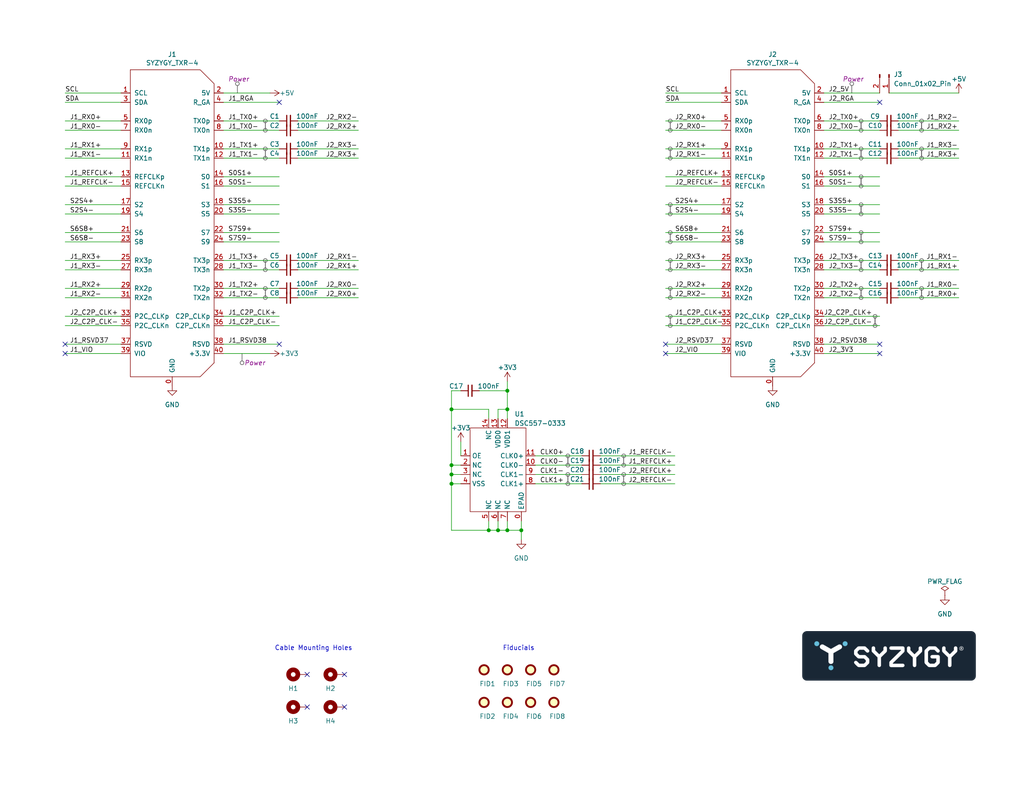
<source format=kicad_sch>
(kicad_sch (version 20230121) (generator eeschema)
  (paper "A")
  (title_block (title "SYZYGY TXR4 Carrier-to-Carrier Adapter") (date "2023-05-03") (rev "A") (company "mxsparks"))
  (lib_symbols
    (symbol "Connector:Conn_01x02_Pin" (pin_names (offset 1.016) hide)
      (property "Reference" "J" (at 0 2.54 0))
      (property "Value" "Conn_01x02_Pin" (at 0 -5.08 0))
      (symbol "Conn_01x02_Pin_1_1"
        (polyline (pts (xy 1.27 -2.54) (xy 0.8636 -2.54)) (stroke (width 0.1524)))
        (polyline (pts (xy 1.27 0) (xy 0.8636 0)) (stroke (width 0.1524)))
        (rectangle (start 0.8636 -2.413) (end 0 -2.667) (stroke (width 0.1524)) (fill (type outline)))
        (rectangle (start 0.8636 0.127) (end 0 -0.127) (stroke (width 0.1524)) (fill (type outline)))
        (pin passive line (at 5.08 0 180) (length 3.81) (name "Pin_1") (number "1"))
        (pin passive line (at 5.08 -2.54 180) (length 3.81) (name "Pin_2") (number "2"))
      )
    )
    (symbol "Device:C_Small" (pin_numbers hide) (pin_names (offset 0.254) hide)
      (property "Reference" "C" (at 0.254 1.778 0))
      (property "Value" "C_Small" (at 0.254 -2.032 0))
      (symbol "C_Small_0_1"
        (polyline (pts (xy -1.524 -0.508) (xy 1.524 -0.508)) (stroke (width 0.3302)))
        (polyline (pts (xy -1.524 0.508) (xy 1.524 0.508)) (stroke (width 0.3048)))
      )
      (symbol "C_Small_1_1"
        (pin passive line (at 0 2.54 270) (length 2.032) (name "~") (number "1"))
        (pin passive line (at 0 -2.54 90) (length 2.032) (name "~") (number "2"))
      )
    )
    (symbol "Mechanical:Fiducial"
      (property "Reference" "FID" (at 0 5.08 0))
      (property "Value" "Fiducial" (at 0 3.175 0))
      (symbol "Fiducial_0_1"
        (circle (center 0 0) (radius 1.27) (stroke (width 0.508)) (fill (type background)))
      )
    )
    (symbol "Mechanical:MountingHole_Pad" (pin_numbers hide) (pin_names (offset 1.016) hide)
      (property "Reference" "H" (at 0 6.35 0))
      (property "Value" "MountingHole_Pad" (at 0 4.445 0))
      (symbol "MountingHole_Pad_0_1"
        (circle (center 0 1.27) (radius 1.27) (stroke (width 1.27)))
      )
      (symbol "MountingHole_Pad_1_1"
        (pin input line (at 0 -2.54 90) (length 2.54) (name "1") (number "1"))
      )
    )
    (symbol "power:+3V3" (power) (pin_names (offset 0))
      (property "Value" "+3V3" (at 0 3.556 0))
      (symbol "+3V3_0_1"
        (polyline (pts (xy -0.762 1.27) (xy 0 2.54)))
        (polyline (pts (xy 0 0) (xy 0 2.54)))
        (polyline (pts (xy 0 2.54) (xy 0.762 1.27)))
      )
      (symbol "+3V3_1_1"
        (pin power_in line (at 0 0 90) (length 0) hide (name "+3V3") (number "1"))
      )
    )
    (symbol "power:+5V" (power) (pin_names (offset 0))
      (property "Value" "+5V" (at 0 3.556 0))
      (symbol "+5V_0_1"
        (polyline (pts (xy -0.762 1.27) (xy 0 2.54)))
        (polyline (pts (xy 0 0) (xy 0 2.54)))
        (polyline (pts (xy 0 2.54) (xy 0.762 1.27)))
      )
      (symbol "+5V_1_1"
        (pin power_in line (at 0 0 90) (length 0) hide (name "+5V") (number "1"))
      )
    )
    (symbol "power:GND" (power) (pin_names (offset 0))
      (property "Value" "GND" (at 0 -3.81 0))
      (symbol "GND_0_1"
        (polyline (pts (xy 0 0) (xy 0 -1.27) (xy 1.27 -1.27) (xy 0 -2.54) (xy -1.27 -1.27) (xy 0 -1.27)))
      )
      (symbol "GND_1_1"
        (pin power_in line (at 0 0 270) (length 0) hide (name "GND") (number "1"))
      )
    )
    (symbol "power:PWR_FLAG" (power) (pin_numbers hide) (pin_names (offset 0) hide)
      (property "Value" "PWR_FLAG" (at 0 3.81 0))
      (symbol "PWR_FLAG_0_0"
        (pin power_out line (at 0 0 90) (length 0) (name "pwr") (number "1"))
      )
      (symbol "PWR_FLAG_0_1"
        (polyline (pts (xy 0 0) (xy 0 1.27) (xy -1.016 1.905) (xy 0 2.54) (xy 1.016 1.905) (xy 0 1.27)))
      )
    )
    (symbol "szg-c2c-txr4:DSC557-03"
      (property "Reference" "U" (at 8.89 -5.08 0))
      (property "Value" "DSC557-0333" (at 8.89 -7.62 0))
      (symbol "DSC557-03_0_1"
        (rectangle (start -7.62 -5.08) (end 7.62 -27.94))
      )
      (symbol "DSC557-03_1_0"
        (pin passive line (at 6.35 -30.48 90) (length 2.54) (name "EPAD") (number "0"))
        (pin input line (at -10.16 -12.7 0) (length 2.54) (name "OE") (number "1"))
        (pin output line (at 10.16 -15.24 180) (length 2.54) (name "CLK0-") (number "10"))
        (pin output line (at 10.16 -12.7 180) (length 2.54) (name "CLK0+") (number "11"))
        (pin power_in line (at 2.54 -2.54 270) (length 2.54) (name "VDD1") (number "12"))
        (pin power_in line (at 0 -2.54 270) (length 2.54) (name "VDD0") (number "13"))
        (pin passive line (at -2.54 -2.54 270) (length 2.54) (name "NC") (number "14"))
        (pin passive line (at -10.16 -15.24 0) (length 2.54) (name "NC") (number "2"))
        (pin passive line (at -10.16 -17.78 0) (length 2.54) (name "NC") (number "3"))
        (pin power_in line (at -10.16 -20.32 0) (length 2.54) (name "VSS") (number "4"))
        (pin passive line (at -2.54 -30.48 90) (length 2.54) (name "NC") (number "5"))
        (pin passive line (at 0 -30.48 90) (length 2.54) (name "NC") (number "6"))
        (pin passive line (at 2.54 -30.48 90) (length 2.54) (name "NC") (number "7"))
        (pin output line (at 10.16 -20.32 180) (length 2.54) (name "CLK1+") (number "8"))
        (pin output line (at 10.16 -17.78 180) (length 2.54) (name "CLK1-") (number "9"))
      )
    )
    (symbol "szg-c2c-txr4:SYZYGY_TXR-4" (pin_names (offset 1.016))
      (property "Reference" "J" (at -10.16 45.72 0))
      (property "Value" "SYZYGY_TXR-4" (at -10.16 43.18 0))
      (symbol "SYZYGY_TXR-4_0_1"
        (polyline (pts (xy -11.43 41.91) (xy -11.43 16.51)))
        (polyline (pts (xy 11.43 -38.1) (xy 11.43 -12.7)))
        (polyline (pts (xy -11.43 16.51) (xy -11.43 -41.91) (xy 7.62 -41.91) (xy 11.43 -38.1)))
        (polyline (pts (xy 11.43 -12.7) (xy 11.43 38.1) (xy 7.62 41.91) (xy -11.43 41.91)))
      )
      (symbol "SYZYGY_TXR-4_1_1"
        (pin passive line (at 0 -44.45 90) (length 2.54) (name "GND") (number "0"))
        (pin passive line (at -13.97 35.56 0) (length 2.54) (name "SCL") (number "1"))
        (pin passive line (at 13.97 20.32 180) (length 2.54) (name "TX1p") (number "10"))
        (pin passive line (at -13.97 17.78 0) (length 2.54) (name "RX1n") (number "11"))
        (pin passive line (at 13.97 17.78 180) (length 2.54) (name "TX1n") (number "12"))
        (pin passive line (at -13.97 12.7 0) (length 2.54) (name "REFCLKp") (number "13"))
        (pin passive line (at 13.97 12.7 180) (length 2.54) (name "S0") (number "14"))
        (pin passive line (at -13.97 10.16 0) (length 2.54) (name "REFCLKn") (number "15"))
        (pin passive line (at 13.97 10.16 180) (length 2.54) (name "S1") (number "16"))
        (pin passive line (at -13.97 5.08 0) (length 2.54) (name "S2") (number "17"))
        (pin passive line (at 13.97 5.08 180) (length 2.54) (name "S3") (number "18"))
        (pin passive line (at -13.97 2.54 0) (length 2.54) (name "S4") (number "19"))
        (pin power_out line (at 13.97 35.56 180) (length 2.54) (name "5V") (number "2"))
        (pin passive line (at 13.97 2.54 180) (length 2.54) (name "S5") (number "20"))
        (pin passive line (at -13.97 -2.54 0) (length 2.54) (name "S6") (number "21"))
        (pin passive line (at 13.97 -2.54 180) (length 2.54) (name "S7") (number "22"))
        (pin passive line (at -13.97 -5.08 0) (length 2.54) (name "S8") (number "23"))
        (pin passive line (at 13.97 -5.08 180) (length 2.54) (name "S9") (number "24"))
        (pin passive line (at -13.97 -10.16 0) (length 2.54) (name "RX3p") (number "25"))
        (pin passive line (at 13.97 -10.16 180) (length 2.54) (name "TX3p") (number "26"))
        (pin passive line (at -13.97 -12.7 0) (length 2.54) (name "RX3n") (number "27"))
        (pin passive line (at 13.97 -12.7 180) (length 2.54) (name "TX3n") (number "28"))
        (pin passive line (at -13.97 -17.78 0) (length 2.54) (name "RX2p") (number "29"))
        (pin passive line (at -13.97 33.02 0) (length 2.54) (name "SDA") (number "3"))
        (pin passive line (at 13.97 -17.78 180) (length 2.54) (name "TX2p") (number "30"))
        (pin passive line (at -13.97 -20.32 0) (length 2.54) (name "RX2n") (number "31"))
        (pin passive line (at 13.97 -20.32 180) (length 2.54) (name "TX2n") (number "32"))
        (pin passive line (at -13.97 -25.4 0) (length 2.54) (name "P2C_CLKp") (number "33"))
        (pin passive line (at 13.97 -25.4 180) (length 2.54) (name "C2P_CLKp") (number "34"))
        (pin passive line (at -13.97 -27.94 0) (length 2.54) (name "P2C_CLKn") (number "35"))
        (pin passive line (at 13.97 -27.94 180) (length 2.54) (name "C2P_CLKn") (number "36"))
        (pin passive line (at -13.97 -33.02 0) (length 2.54) (name "RSVD") (number "37"))
        (pin passive line (at 13.97 -33.02 180) (length 2.54) (name "RSVD") (number "38"))
        (pin power_out line (at -13.97 -35.56 0) (length 2.54) (name "VIO") (number "39"))
        (pin passive line (at 13.97 33.02 180) (length 2.54) (name "R_GA") (number "4"))
        (pin power_out line (at 13.97 -35.56 180) (length 2.54) (name "+3.3V") (number "40"))
        (pin passive line (at -13.97 27.94 0) (length 2.54) (name "RX0p") (number "5"))
        (pin passive line (at 13.97 27.94 180) (length 2.54) (name "TX0p") (number "6"))
        (pin passive line (at -13.97 25.4 0) (length 2.54) (name "RX0n") (number "7"))
        (pin passive line (at 13.97 25.4 180) (length 2.54) (name "TX0n") (number "8"))
        (pin passive line (at -13.97 20.32 0) (length 2.54) (name "RX1p") (number "9"))
      )
    )
  )
  (junction (at 123.19 132.08))
  (junction (at 123.19 127))
  (junction (at 138.43 111.76))
  (junction (at 138.43 144.78))
  (junction (at 123.19 129.54))
  (junction (at 135.89 144.78))
  (junction (at 133.35 144.78))
  (junction (at 123.19 111.76))
  (junction (at 142.24 144.78))
  (junction (at 138.43 106.68))
  (no_connect (at 240.03 93.98))
  (no_connect (at 93.98 184.15))
  (no_connect (at 17.78 93.98))
  (no_connect (at 83.82 184.15))
  (no_connect (at 76.2 93.98))
  (no_connect (at 181.61 93.98))
  (no_connect (at 76.2 27.94))
  (no_connect (at 83.82 193.04))
  (no_connect (at 240.03 96.52))
  (no_connect (at 93.98 193.04))
  (no_connect (at 240.03 27.94))
  (no_connect (at 17.78 96.52))
  (no_connect (at 181.61 96.52))
  (wire (pts (xy 17.78 40.64) (xy 33.02 40.64)))
  (wire (pts (xy 60.96 27.94) (xy 76.2 27.94)))
  (wire (pts (xy 81.28 71.12) (xy 97.79 71.12)))
  (wire (pts (xy 17.78 93.98) (xy 33.02 93.98)))
  (wire (pts (xy 135.89 111.76) (xy 138.43 111.76)))
  (wire (pts (xy 123.19 129.54) (xy 125.73 129.54)))
  (wire (pts (xy 81.28 43.18) (xy 97.79 43.18)))
  (wire (pts (xy 224.79 43.18) (xy 240.03 43.18)))
  (wire (pts (xy 60.96 43.18) (xy 76.2 43.18)))
  (wire (pts (xy 60.96 63.5) (xy 76.2 63.5)))
  (wire (pts (xy 146.05 132.08) (xy 158.75 132.08)))
  (wire (pts (xy 138.43 104.14) (xy 138.43 106.68)))
  (wire (pts (xy 17.78 66.04) (xy 33.02 66.04)))
  (wire (pts (xy 224.79 86.36) (xy 240.03 86.36)))
  (wire (pts (xy 123.19 144.78) (xy 133.35 144.78)))
  (wire (pts (xy 181.61 93.98) (xy 196.85 93.98)))
  (wire (pts (xy 17.78 48.26) (xy 33.02 48.26)))
  (wire (pts (xy 123.19 132.08) (xy 123.19 144.78)))
  (wire (pts (xy 181.61 78.74) (xy 196.85 78.74)))
  (wire (pts (xy 224.79 88.9) (xy 240.03 88.9)))
  (wire (pts (xy 17.78 96.52) (xy 33.02 96.52)))
  (wire (pts (xy 17.78 73.66) (xy 33.02 73.66)))
  (wire (pts (xy 245.11 40.64) (xy 261.62 40.64)))
  (wire (pts (xy 17.78 25.4) (xy 33.02 25.4)))
  (wire (pts (xy 60.96 55.88) (xy 76.2 55.88)))
  (wire (pts (xy 224.79 71.12) (xy 240.03 71.12)))
  (wire (pts (xy 60.96 71.12) (xy 76.2 71.12)))
  (wire (pts (xy 17.78 81.28) (xy 33.02 81.28)))
  (wire (pts (xy 130.81 106.68) (xy 138.43 106.68)))
  (wire (pts (xy 163.83 127) (xy 184.15 127)))
  (wire (pts (xy 17.78 86.36) (xy 33.02 86.36)))
  (wire (pts (xy 224.79 96.52) (xy 240.03 96.52)))
  (wire (pts (xy 81.28 35.56) (xy 97.79 35.56)))
  (wire (pts (xy 224.79 40.64) (xy 240.03 40.64)))
  (wire (pts (xy 17.78 27.94) (xy 33.02 27.94)))
  (wire (pts (xy 181.61 48.26) (xy 196.85 48.26)))
  (wire (pts (xy 138.43 111.76) (xy 138.43 114.3)))
  (wire (pts (xy 245.11 35.56) (xy 261.62 35.56)))
  (wire (pts (xy 60.96 40.64) (xy 76.2 40.64)))
  (wire (pts (xy 138.43 144.78) (xy 135.89 144.78)))
  (wire (pts (xy 123.19 111.76) (xy 123.19 106.68)))
  (wire (pts (xy 81.28 73.66) (xy 97.79 73.66)))
  (wire (pts (xy 181.61 71.12) (xy 196.85 71.12)))
  (wire (pts (xy 123.19 132.08) (xy 125.73 132.08)))
  (wire (pts (xy 142.24 144.78) (xy 142.24 147.32)))
  (wire (pts (xy 60.96 25.4) (xy 73.66 25.4)))
  (wire (pts (xy 181.61 81.28) (xy 196.85 81.28)))
  (wire (pts (xy 123.19 111.76) (xy 123.19 127)))
  (wire (pts (xy 60.96 86.36) (xy 76.2 86.36)))
  (wire (pts (xy 181.61 25.4) (xy 196.85 25.4)))
  (wire (pts (xy 60.96 48.26) (xy 76.2 48.26)))
  (wire (pts (xy 60.96 33.02) (xy 76.2 33.02)))
  (wire (pts (xy 181.61 63.5) (xy 196.85 63.5)))
  (wire (pts (xy 181.61 66.04) (xy 196.85 66.04)))
  (wire (pts (xy 224.79 63.5) (xy 240.03 63.5)))
  (wire (pts (xy 17.78 88.9) (xy 33.02 88.9)))
  (wire (pts (xy 224.79 50.8) (xy 240.03 50.8)))
  (wire (pts (xy 224.79 93.98) (xy 240.03 93.98)))
  (wire (pts (xy 17.78 63.5) (xy 33.02 63.5)))
  (wire (pts (xy 123.19 127) (xy 123.19 129.54)))
  (wire (pts (xy 245.11 71.12) (xy 261.62 71.12)))
  (wire (pts (xy 135.89 114.3) (xy 135.89 111.76)))
  (wire (pts (xy 181.61 55.88) (xy 196.85 55.88)))
  (wire (pts (xy 17.78 43.18) (xy 33.02 43.18)))
  (wire (pts (xy 181.61 40.64) (xy 196.85 40.64)))
  (wire (pts (xy 224.79 25.4) (xy 240.03 25.4)))
  (wire (pts (xy 245.11 78.74) (xy 261.62 78.74)))
  (wire (pts (xy 123.19 129.54) (xy 123.19 132.08)))
  (wire (pts (xy 224.79 78.74) (xy 240.03 78.74)))
  (wire (pts (xy 181.61 96.52) (xy 196.85 96.52)))
  (wire (pts (xy 224.79 27.94) (xy 240.03 27.94)))
  (wire (pts (xy 245.11 43.18) (xy 261.62 43.18)))
  (wire (pts (xy 60.96 93.98) (xy 76.2 93.98)))
  (wire (pts (xy 17.78 55.88) (xy 33.02 55.88)))
  (wire (pts (xy 245.11 81.28) (xy 261.62 81.28)))
  (wire (pts (xy 60.96 78.74) (xy 76.2 78.74)))
  (wire (pts (xy 125.73 127) (xy 123.19 127)))
  (wire (pts (xy 181.61 33.02) (xy 196.85 33.02)))
  (wire (pts (xy 17.78 33.02) (xy 33.02 33.02)))
  (wire (pts (xy 163.83 129.54) (xy 184.15 129.54)))
  (wire (pts (xy 224.79 48.26) (xy 240.03 48.26)))
  (wire (pts (xy 181.61 86.36) (xy 196.85 86.36)))
  (wire (pts (xy 133.35 114.3) (xy 133.35 111.76)))
  (wire (pts (xy 60.96 66.04) (xy 76.2 66.04)))
  (wire (pts (xy 245.11 73.66) (xy 261.62 73.66)))
  (wire (pts (xy 224.79 33.02) (xy 240.03 33.02)))
  (wire (pts (xy 60.96 73.66) (xy 76.2 73.66)))
  (wire (pts (xy 133.35 142.24) (xy 133.35 144.78)))
  (wire (pts (xy 181.61 27.94) (xy 196.85 27.94)))
  (wire (pts (xy 242.57 25.4) (xy 261.62 25.4)))
  (wire (pts (xy 60.96 96.52) (xy 73.66 96.52)))
  (wire (pts (xy 224.79 55.88) (xy 240.03 55.88)))
  (wire (pts (xy 17.78 50.8) (xy 33.02 50.8)))
  (wire (pts (xy 81.28 33.02) (xy 97.79 33.02)))
  (wire (pts (xy 138.43 106.68) (xy 138.43 111.76)))
  (wire (pts (xy 181.61 73.66) (xy 196.85 73.66)))
  (wire (pts (xy 142.24 142.24) (xy 142.24 144.78)))
  (wire (pts (xy 133.35 144.78) (xy 135.89 144.78)))
  (wire (pts (xy 181.61 58.42) (xy 196.85 58.42)))
  (wire (pts (xy 224.79 35.56) (xy 240.03 35.56)))
  (wire (pts (xy 135.89 144.78) (xy 135.89 142.24)))
  (wire (pts (xy 138.43 142.24) (xy 138.43 144.78)))
  (wire (pts (xy 60.96 35.56) (xy 76.2 35.56)))
  (wire (pts (xy 146.05 127) (xy 158.75 127)))
  (wire (pts (xy 181.61 35.56) (xy 196.85 35.56)))
  (wire (pts (xy 224.79 81.28) (xy 240.03 81.28)))
  (wire (pts (xy 224.79 66.04) (xy 240.03 66.04)))
  (wire (pts (xy 224.79 58.42) (xy 240.03 58.42)))
  (wire (pts (xy 163.83 124.46) (xy 184.15 124.46)))
  (wire (pts (xy 146.05 129.54) (xy 158.75 129.54)))
  (wire (pts (xy 60.96 58.42) (xy 76.2 58.42)))
  (wire (pts (xy 17.78 35.56) (xy 33.02 35.56)))
  (wire (pts (xy 17.78 58.42) (xy 33.02 58.42)))
  (wire (pts (xy 133.35 111.76) (xy 123.19 111.76)))
  (wire (pts (xy 142.24 144.78) (xy 138.43 144.78)))
  (wire (pts (xy 17.78 78.74) (xy 33.02 78.74)))
  (wire (pts (xy 17.78 71.12) (xy 33.02 71.12)))
  (wire (pts (xy 125.73 120.65) (xy 125.73 124.46)))
  (wire (pts (xy 163.83 132.08) (xy 184.15 132.08)))
  (wire (pts (xy 181.61 88.9) (xy 196.85 88.9)))
  (wire (pts (xy 123.19 106.68) (xy 125.73 106.68)))
  (wire (pts (xy 81.28 81.28) (xy 97.79 81.28)))
  (wire (pts (xy 60.96 50.8) (xy 76.2 50.8)))
  (wire (pts (xy 245.11 33.02) (xy 261.62 33.02)))
  (wire (pts (xy 181.61 50.8) (xy 196.85 50.8)))
  (wire (pts (xy 81.28 40.64) (xy 97.79 40.64)))
  (wire (pts (xy 81.28 78.74) (xy 97.79 78.74)))
  (wire (pts (xy 224.79 73.66) (xy 240.03 73.66)))
  (wire (pts (xy 60.96 81.28) (xy 76.2 81.28)))
  (wire (pts (xy 146.05 124.46) (xy 158.75 124.46)))
  (wire (pts (xy 60.96 88.9) (xy 76.2 88.9)))
  (wire (pts (xy 181.61 43.18) (xy 196.85 43.18)))
  (image (at 242.57 179.07) (scale 0.8))
  (text "Cable Mounting Holes" (at 74.93 177.8 0) (effects (font (size 1.27 1.27)) (justify left bottom)))
  (text "Fiducials" (at 137.16 177.8 0) (effects (font (size 1.27 1.27)) (justify left bottom)))
  (label "J2_TX1-" (at 226.06 43.18 0))
  (label "J2_RX1-" (at 88.9 71.12 0))
  (label "S0S1-" (at 62.23 50.8 0))
  (label "S2S4+" (at 184.15 55.88 0))
  (label "S7S9-" (at 62.23 66.04 0))
  (label "SDA" (at 181.61 27.94 0))
  (label "J2_VIO" (at 184.15 96.52 0))
  (label "S2S4-" (at 184.15 58.42 0))
  (label "J2_RX0+" (at 184.15 33.02 0))
  (label "J1_RX3-" (at 252.73 40.64 0))
  (label "SDA" (at 17.78 27.94 0))
  (label "J1_RX0-" (at 19.05 35.56 0))
  (label "J2_5V" (at 226.06 25.4 0))
  (label "J2_RX3+" (at 88.9 43.18 0))
  (label "J1_RSVD38" (at 62.23 93.98 0))
  (label "S6S8+" (at 184.15 63.5 0))
  (label "CLK0-" (at 147.32 127 0))
  (label "J1_RX3+" (at 252.73 43.18 0))
  (label "S0S1+" (at 226.06 48.26 0))
  (label "J1_TX3-" (at 62.23 73.66 0))
  (label "S3S5-" (at 62.23 58.42 0))
  (label "CLK1+" (at 147.32 132.08 0))
  (label "S3S5+" (at 226.06 55.88 0))
  (label "J2_RX1+" (at 88.9 73.66 0))
  (label "J1_TX2-" (at 62.23 81.28 0))
  (label "S7S9-" (at 226.06 66.04 0))
  (label "J2_C2P_CLK-" (at 19.05 88.9 0))
  (label "S6S8-" (at 184.15 66.04 0))
  (label "J1_TX1-" (at 62.23 43.18 0))
  (label "J1_C2P_CLK+" (at 184.15 86.36 0))
  (label "J1_RX2-" (at 19.05 81.28 0))
  (label "J2_RX0+" (at 88.9 81.28 0))
  (label "J2_RSVD37" (at 184.15 93.98 0))
  (label "J1_C2P_CLK+" (at 62.23 86.36 0))
  (label "J2_TX2+" (at 226.06 78.74 0))
  (label "J1_RX3-" (at 19.05 73.66 0))
  (label "J1_TX2+" (at 62.23 78.74 0))
  (label "J2_C2P_CLK+" (at 224.79 86.36 0))
  (label "J1_TX0+" (at 62.23 33.02 0))
  (label "J2_RX2-" (at 88.9 33.02 0))
  (label "J1_RX2-" (at 252.73 33.02 0))
  (label "J1_RX1+" (at 19.05 40.64 0))
  (label "J2_TX2-" (at 226.06 81.28 0))
  (label "J1_C2P_CLK-" (at 62.23 88.9 0))
  (label "J2_RX0-" (at 184.15 35.56 0))
  (label "J1_RX0+" (at 19.05 33.02 0))
  (label "S2S4-" (at 19.05 58.42 0))
  (label "S0S1-" (at 226.06 50.8 0))
  (label "J2_TX1+" (at 226.06 40.64 0))
  (label "J1_TX1+" (at 62.23 40.64 0))
  (label "S6S8-" (at 19.05 66.04 0))
  (label "S3S5-" (at 226.06 58.42 0))
  (label "J2_RGA" (at 226.06 27.94 0))
  (label "J1_REFCLK-" (at 171.45 124.46 0))
  (label "J1_VIO" (at 19.05 96.52 0))
  (label "S7S9+" (at 62.23 63.5 0))
  (label "SCL" (at 17.78 25.4 0))
  (label "J1_REFCLK+" (at 171.45 127 0))
  (label "J1_RX3+" (at 19.05 71.12 0))
  (label "J1_RX1-" (at 19.05 43.18 0))
  (label "J2_RX3-" (at 184.15 73.66 0))
  (label "J2_RX2-" (at 184.15 81.28 0))
  (label "J1_C2P_CLK-" (at 184.15 88.9 0))
  (label "J2_RX3-" (at 88.9 40.64 0))
  (label "S6S8+" (at 19.05 63.5 0))
  (label "J1_TX0-" (at 62.23 35.56 0))
  (label "J1_RSVD37" (at 19.05 93.98 0))
  (label "J2_RX1+" (at 184.15 40.64 0))
  (label "J2_TX3+" (at 226.06 71.12 0))
  (label "S2S4+" (at 19.05 55.88 0))
  (label "SCL" (at 181.61 25.4 0))
  (label "J2_REFCLK+" (at 171.45 129.54 0))
  (label "J2_RX1-" (at 184.15 43.18 0))
  (label "J1_RX1-" (at 252.73 71.12 0))
  (label "J2_RSVD38" (at 226.06 93.98 0))
  (label "J2_TX3-" (at 226.06 73.66 0))
  (label "J1_TX3+" (at 62.23 71.12 0))
  (label "J2_REFCLK+" (at 184.15 48.26 0))
  (label "CLK0+" (at 147.32 124.46 0))
  (label "J2_C2P_CLK+" (at 19.05 86.36 0))
  (label "J2_RX3+" (at 184.15 71.12 0))
  (label "J2_TX0+" (at 226.06 33.02 0))
  (label "J2_REFCLK-" (at 184.15 50.8 0))
  (label "J1_RX0+" (at 252.73 81.28 0))
  (label "J1_RX2+" (at 252.73 35.56 0))
  (label "J1_RX2+" (at 19.05 78.74 0))
  (label "J2_C2P_CLK-" (at 224.79 88.9 0))
  (label "S0S1+" (at 62.23 48.26 0))
  (label "J2_RX2+" (at 88.9 35.56 0))
  (label "S3S5+" (at 62.23 55.88 0))
  (label "J1_REFCLK+" (at 19.05 48.26 0))
  (label "J2_RX0-" (at 88.9 78.74 0))
  (label "J2_3V3" (at 226.06 96.52 0))
  (label "J1_REFCLK-" (at 19.05 50.8 0))
  (label "J1_RX0-" (at 252.73 78.74 0))
  (label "S7S9+" (at 226.06 63.5 0))
  (label "J2_TX0-" (at 226.06 35.56 0))
  (label "J1_RGA" (at 62.23 27.94 0))
  (label "J2_REFCLK-" (at 171.45 132.08 0))
  (label "CLK1-" (at 147.32 129.54 0))
  (label "J2_RX2+" (at 184.15 78.74 0))
  (label "J1_RX1+" (at 252.73 73.66 0))
  (netclass_flag "" (length 2.54) (shape round) (at 232.41 25.4 0) (property "Netclass" "Power" (at 229.87 21.59 0) (effects (font italic) (justify left))))
  (netclass_flag "" (length 2.54) (shape round) (at 182.88 33.02 180) (property "Netclass" "High Speed Diff Pair" (effects hide)))
  (netclass_flag "" (length 2.54) (shape round) (at 72.39 81.28 0) (property "Netclass" "High Speed Diff Pair" (effects hide)))
  (netclass_flag "" (length 2.54) (shape round) (at 72.39 71.12 180) (property "Netclass" "High Speed Diff Pair" (effects hide)))
  (netclass_flag "" (length 2.54) (shape round) (at 154.94 132.08 0) (property "Netclass" "Low Speed Diff Pair" (effects hide)))
  (netclass_flag "" (length 2.54) (shape round) (at 182.88 86.36 180) (property "Netclass" "Low Speed Diff Pair" (effects hide)))
  (netclass_flag "" (length 2.54) (shape round) (at 234.95 55.88 180) (property "Netclass" "Low Speed Diff Pair" (effects hide)))
  (netclass_flag "" (length 2.54) (shape round) (at 170.18 132.08 0) (property "Netclass" "Low Speed Diff Pair" (effects hide)))
  (netclass_flag "" (length 2.54) (shape round) (at 251.46 73.66 0) (property "Netclass" "High Speed Diff Pair" (effects hide)))
  (netclass_flag "" (length 2.54) (shape round) (at 251.46 81.28 0) (property "Netclass" "High Speed Diff Pair" (effects hide)))
  (netclass_flag "" (length 2.54) (shape round) (at 238.76 86.36 180) (property "Netclass" "Low Speed Diff Pair" (effects hide)))
  (netclass_flag "" (length 2.54) (shape round) (at 182.88 71.12 180) (property "Netclass" "High Speed Diff Pair" (effects hide)))
  (netclass_flag "" (length 2.54) (shape round) (at 182.88 81.28 0) (property "Netclass" "High Speed Diff Pair" (effects hide)))
  (netclass_flag "" (length 2.54) (shape round) (at 182.88 63.5 180) (property "Netclass" "Low Speed Diff Pair" (effects hide)))
  (netclass_flag "" (length 2.54) (shape round) (at 182.88 88.9 0) (property "Netclass" "Low Speed Diff Pair" (effects hide)))
  (netclass_flag "" (length 2.54) (shape round) (at 182.88 55.88 180) (property "Netclass" "Low Speed Diff Pair" (effects hide)))
  (netclass_flag "" (length 2.54) (shape round) (at 251.46 33.02 180) (property "Netclass" "High Speed Diff Pair" (effects hide)))
  (netclass_flag "" (length 2.54) (shape round) (at 182.88 35.56 0) (property "Netclass" "High Speed Diff Pair" (effects hide)))
  (netclass_flag "" (length 2.54) (shape round) (at 154.94 127 0) (property "Netclass" "Low Speed Diff Pair" (effects hide)))
  (netclass_flag "" (length 2.54) (shape round) (at 154.94 124.46 180) (property "Netclass" "Low Speed Diff Pair" (effects hide)))
  (netclass_flag "" (length 2.54) (shape round) (at 234.95 81.28 0) (property "Netclass" "High Speed Diff Pair" (effects hide)))
  (netclass_flag "" (length 2.54) (shape round) (at 72.39 73.66 0) (property "Netclass" "High Speed Diff Pair" (effects hide)))
  (netclass_flag "" (length 2.54) (shape round) (at 251.46 40.64 180) (property "Netclass" "High Speed Diff Pair" (effects hide)))
  (netclass_flag "" (length 2.54) (shape round) (at 72.39 43.18 0) (property "Netclass" "High Speed Diff Pair" (effects hide)))
  (netclass_flag "" (length 2.54) (shape round) (at 234.95 35.56 0) (property "Netclass" "High Speed Diff Pair" (effects hide)))
  (netclass_flag "" (length 2.54) (shape round) (at 234.95 48.26 180) (property "Netclass" "Low Speed Diff Pair" (effects hide)))
  (netclass_flag "" (length 2.54) (shape round) (at 182.88 40.64 180) (property "Netclass" "High Speed Diff Pair" (effects hide)))
  (netclass_flag "" (length 2.54) (shape round) (at 154.94 129.54 180) (property "Netclass" "Low Speed Diff Pair" (effects hide)))
  (netclass_flag "" (length 2.54) (shape round) (at 234.95 71.12 180) (property "Netclass" "High Speed Diff Pair" (effects hide)))
  (netclass_flag "" (length 2.54) (shape round) (at 72.39 40.64 180) (property "Netclass" "High Speed Diff Pair" (effects hide)))
  (netclass_flag "" (length 2.54) (shape round) (at 234.95 43.18 0) (property "Netclass" "High Speed Diff Pair" (effects hide)))
  (netclass_flag "" (length 2.54) (shape round) (at 182.88 78.74 180) (property "Netclass" "High Speed Diff Pair" (effects hide)))
  (netclass_flag "" (length 2.54) (shape round) (at 182.88 43.18 0) (property "Netclass" "High Speed Diff Pair" (effects hide)))
  (netclass_flag "" (length 2.54) (shape round) (at 234.95 73.66 0) (property "Netclass" "High Speed Diff Pair" (effects hide)))
  (netclass_flag "" (length 2.54) (shape round) (at 251.46 78.74 180) (property "Netclass" "High Speed Diff Pair" (effects hide)))
  (netclass_flag "" (length 2.54) (shape round) (at 234.95 78.74 180) (property "Netclass" "High Speed Diff Pair" (effects hide)))
  (netclass_flag "" (length 2.54) (shape round) (at 234.95 63.5 180) (property "Netclass" "Low Speed Diff Pair" (effects hide)))
  (netclass_flag "" (length 2.54) (shape round) (at 234.95 33.02 180) (property "Netclass" "High Speed Diff Pair" (effects hide)))
  (netclass_flag "" (length 2.54) (shape round) (at 251.46 71.12 180) (property "Netclass" "High Speed Diff Pair" (effects hide)))
  (netclass_flag "" (length 2.54) (shape round) (at 72.39 35.56 0) (property "Netclass" "High Speed Diff Pair" (effects hide)))
  (netclass_flag "" (length 2.54) (shape round) (at 182.88 66.04 0) (property "Netclass" "Low Speed Diff Pair" (effects hide)))
  (netclass_flag "" (length 2.54) (shape round) (at 64.77 25.4 0) (property "Netclass" "Power" (at 62.23 21.59 0) (effects (font italic) (justify left))))
  (netclass_flag "" (length 2.54) (shape round) (at 170.18 129.54 180) (property "Netclass" "Low Speed Diff Pair" (effects hide)))
  (netclass_flag "" (length 2.54) (shape round) (at 238.76 88.9 0) (property "Netclass" "Low Speed Diff Pair" (effects hide)))
  (netclass_flag "" (length 2.54) (shape round) (at 66.04 96.52 180) (property "Netclass" "Power" (at 66.6496 99.06 0) (effects (font italic) (justify left))))
  (netclass_flag "" (length 2.54) (shape round) (at 234.95 66.04 0) (property "Netclass" "Low Speed Diff Pair" (effects hide)))
  (netclass_flag "" (length 2.54) (shape round) (at 72.39 33.02 180) (property "Netclass" "High Speed Diff Pair" (effects hide)))
  (netclass_flag "" (length 2.54) (shape round) (at 234.95 50.8 0) (property "Netclass" "Low Speed Diff Pair" (effects hide)))
  (netclass_flag "" (length 2.54) (shape round) (at 170.18 124.46 180) (property "Netclass" "Low Speed Diff Pair" (effects hide)))
  (netclass_flag "" (length 2.54) (shape round) (at 170.18 127 0) (property "Netclass" "Low Speed Diff Pair" (effects hide)))
  (netclass_flag "" (length 2.54) (shape round) (at 234.95 58.42 0) (property "Netclass" "Low Speed Diff Pair" (effects hide)))
  (netclass_flag "" (length 2.54) (shape round) (at 234.95 40.64 180) (property "Netclass" "High Speed Diff Pair" (effects hide)))
  (netclass_flag "" (length 2.54) (shape round) (at 182.88 73.66 0) (property "Netclass" "High Speed Diff Pair" (effects hide)))
  (netclass_flag "" (length 2.54) (shape round) (at 72.39 78.74 180) (property "Netclass" "High Speed Diff Pair" (effects hide)))
  (netclass_flag "" (length 2.54) (shape round) (at 251.46 35.56 0) (property "Netclass" "High Speed Diff Pair" (effects hide)))
  (netclass_flag "" (length 2.54) (shape round) (at 182.88 58.42 0) (property "Netclass" "Low Speed Diff Pair" (effects hide)))
  (netclass_flag "" (length 2.54) (shape round) (at 251.46 43.18 0) (property "Netclass" "High Speed Diff Pair" (effects hide)))
  (symbol (lib_id "szg-c2c-txr4:SYZYGY_TXR-4") (at 46.99 60.96 0) (unit 1)
    (property "Reference" "J1" (at 46.99 14.859 0))
    (property "Value" "SYZYGY_TXR-4" (at 46.99 17.1704 0))
    (property "Footprint" "szg-c2c-txr4:QTH-020-01-F-D-DP-A" (effects hide))
    (property "Datasheet" "https://suddendocs.samtec.com/productspecs/qsh-qth.pdf" (effects hide))
    (property "Manufacturer" "Samtec" (effects hide))
    (property "Manufacturer_PN" "QTH-020-01-F-D-DP-A" (effects hide))
  )
  (symbol (lib_id "Device:C_Small") (at 161.29 132.08 90) (unit 1)
    (property "Reference" "C21" (at 157.48 130.81 90))
    (property "Value" "100nF" (at 166.37 130.81 90))
    (property "Footprint" "Capacitor_SMD:C_0402_1005Metric" (effects hide))
  )
  (symbol (lib_id "power:GND") (at 142.24 147.32 0) (unit 1)
    (property "Reference" "#PWR07" (effects hide))
    (property "Value" "GND" (at 142.24 152.4 0))
  )
  (symbol (lib_id "Device:C_Small") (at 161.29 124.46 90) (unit 1)
    (property "Reference" "C18" (at 157.48 123.19 90))
    (property "Value" "100nF" (at 166.37 123.19 90))
    (property "Footprint" "Capacitor_SMD:C_0402_1005Metric" (effects hide))
  )
  (symbol (lib_id "Device:C_Small") (at 78.74 35.56 90) (unit 1)
    (property "Reference" "C2" (at 74.93 34.29 90))
    (property "Value" "100nF" (at 83.82 34.29 90))
    (property "Footprint" "Capacitor_SMD:C_0402_1005Metric" (effects hide))
  )
  (symbol (lib_id "Device:C_Small") (at 242.57 81.28 90) (unit 1)
    (property "Reference" "C16" (at 238.76 80.01 90))
    (property "Value" "100nF" (at 247.65 80.01 90))
    (property "Footprint" "Capacitor_SMD:C_0402_1005Metric" (effects hide))
  )
  (symbol (lib_id "Device:C_Small") (at 78.74 71.12 90) (unit 1)
    (property "Reference" "C5" (at 74.93 69.85 90))
    (property "Value" "100nF" (at 83.82 69.85 90))
    (property "Footprint" "Capacitor_SMD:C_0402_1005Metric" (effects hide))
  )
  (symbol (lib_id "power:+5V") (at 261.62 25.4 0) (unit 1)
    (property "Reference" "#PWR05" (effects hide))
    (property "Value" "+5V" (at 261.62 21.59 0))
  )
  (symbol (lib_id "Mechanical:MountingHole_Pad") (at 91.44 193.04 90) (unit 1)
    (property "Reference" "H4" (at 90.17 196.85 90))
    (property "Value" "MountingHole_Pad" (effects hide))
    (property "Footprint" "szg-c2c-txr4:MountingHole_3.2mm_M3_6.5mm_Pad_TopBottom" (effects hide))
  )
  (symbol (lib_id "szg-c2c-txr4:SYZYGY_TXR-4") (at 210.82 60.96 0) (unit 1)
    (property "Reference" "J2" (at 210.82 14.859 0))
    (property "Value" "SYZYGY_TXR-4" (at 210.82 17.1704 0))
    (property "Footprint" "szg-c2c-txr4:QTH-020-01-F-D-DP-A" (effects hide))
    (property "Datasheet" "https://suddendocs.samtec.com/productspecs/qsh-qth.pdf" (effects hide))
    (property "Manufacturer" "Samtec" (effects hide))
    (property "Manufacturer_PN" "QTH-020-01-F-D-DP-A" (effects hide))
  )
  (symbol (lib_id "Mechanical:MountingHole_Pad") (at 91.44 184.15 90) (unit 1)
    (property "Reference" "H2" (at 90.17 187.96 90))
    (property "Value" "MountingHole_Pad" (effects hide))
    (property "Footprint" "szg-c2c-txr4:MountingHole_3.2mm_M3_6.5mm_Pad_TopBottom" (effects hide))
  )
  (symbol (lib_id "Mechanical:Fiducial") (at 151.13 182.88 0) (unit 1)
    (property "Reference" "FID7" (at 149.86 186.69 0) (effects (justify left)))
    (property "Value" "Fiducial" (effects hide))
    (property "Footprint" "Fiducial:Fiducial_1mm_Mask2mm" (effects hide))
  )
  (symbol (lib_id "Device:C_Small") (at 78.74 81.28 90) (unit 1)
    (property "Reference" "C8" (at 74.93 80.01 90))
    (property "Value" "100nF" (at 83.82 80.01 90))
    (property "Footprint" "Capacitor_SMD:C_0402_1005Metric" (effects hide))
  )
  (symbol (lib_id "Device:C_Small") (at 242.57 78.74 90) (unit 1)
    (property "Reference" "C15" (at 238.76 77.47 90))
    (property "Value" "100nF" (at 247.65 77.47 90))
    (property "Footprint" "Capacitor_SMD:C_0402_1005Metric" (effects hide))
  )
  (symbol (lib_id "power:+3V3") (at 138.43 104.14 0) (unit 1)
    (property "Reference" "#PWR09" (effects hide))
    (property "Value" "+3V3" (at 138.43 100.33 0))
  )
  (symbol (lib_id "Mechanical:Fiducial") (at 144.78 182.88 0) (unit 1)
    (property "Reference" "FID5" (at 143.51 186.69 0) (effects (justify left)))
    (property "Value" "Fiducial" (effects hide))
    (property "Footprint" "Fiducial:Fiducial_1mm_Mask2mm" (effects hide))
  )
  (symbol (lib_id "Mechanical:Fiducial") (at 138.43 191.77 0) (unit 1)
    (property "Reference" "FID4" (at 137.16 195.58 0) (effects (justify left)))
    (property "Value" "Fiducial" (effects hide))
    (property "Footprint" "Fiducial:Fiducial_1mm_Mask2mm" (effects hide))
  )
  (symbol (lib_id "Device:C_Small") (at 161.29 129.54 90) (unit 1)
    (property "Reference" "C20" (at 157.48 128.27 90))
    (property "Value" "100nF" (at 166.37 128.27 90))
    (property "Footprint" "Capacitor_SMD:C_0402_1005Metric" (effects hide))
  )
  (symbol (lib_id "power:+3V3") (at 73.66 96.52 270) (unit 1)
    (property "Reference" "#PWR03" (effects hide))
    (property "Value" "+3V3" (at 76.2 96.52 90) (effects (justify left)))
  )
  (symbol (lib_id "power:GND") (at 46.99 105.41 0) (unit 1)
    (property "Reference" "#PWR02" (effects hide))
    (property "Value" "GND" (at 46.99 110.49 0))
  )
  (symbol (lib_id "power:+3V3") (at 125.73 120.65 0) (unit 1)
    (property "Reference" "#PWR010" (effects hide))
    (property "Value" "+3V3" (at 125.73 116.84 0))
  )
  (symbol (lib_id "Device:C_Small") (at 78.74 43.18 90) (unit 1)
    (property "Reference" "C4" (at 74.93 41.91 90))
    (property "Value" "100nF" (at 83.82 41.91 90))
    (property "Footprint" "Capacitor_SMD:C_0402_1005Metric" (effects hide))
  )
  (symbol (lib_id "power:PWR_FLAG") (at 257.81 162.56 0) (unit 1)
    (property "Reference" "#FLG01" (effects hide))
    (property "Value" "PWR_FLAG" (at 257.81 158.75 0))
  )
  (symbol (lib_id "Device:C_Small") (at 242.57 35.56 90) (unit 1)
    (property "Reference" "C10" (at 238.76 34.29 90))
    (property "Value" "100nF" (at 247.65 34.29 90))
    (property "Footprint" "Capacitor_SMD:C_0402_1005Metric" (effects hide))
  )
  (symbol (lib_id "Mechanical:Fiducial") (at 132.08 191.77 0) (unit 1)
    (property "Reference" "FID2" (at 130.81 195.58 0) (effects (justify left)))
    (property "Value" "Fiducial" (effects hide))
    (property "Footprint" "Fiducial:Fiducial_1mm_Mask2mm" (effects hide))
  )
  (symbol (lib_id "power:+5V") (at 73.66 25.4 270) (unit 1)
    (property "Reference" "#PWR04" (effects hide))
    (property "Value" "+5V" (at 76.2 25.4 90) (effects (justify left)))
  )
  (symbol (lib_id "Mechanical:MountingHole_Pad") (at 81.28 193.04 90) (unit 1)
    (property "Reference" "H3" (at 80.01 196.85 90))
    (property "Value" "MountingHole_Pad" (effects hide))
    (property "Footprint" "szg-c2c-txr4:MountingHole_3.2mm_M3_6.5mm_Pad_TopBottom" (effects hide))
  )
  (symbol (lib_id "Device:C_Small") (at 78.74 40.64 90) (unit 1)
    (property "Reference" "C3" (at 74.93 39.37 90))
    (property "Value" "100nF" (at 83.82 39.37 90))
    (property "Footprint" "Capacitor_SMD:C_0402_1005Metric" (effects hide))
  )
  (symbol (lib_id "Device:C_Small") (at 242.57 43.18 90) (unit 1)
    (property "Reference" "C12" (at 238.76 41.91 90))
    (property "Value" "100nF" (at 247.65 41.91 90))
    (property "Footprint" "Capacitor_SMD:C_0402_1005Metric" (effects hide))
  )
  (symbol (lib_id "Device:C_Small") (at 128.27 106.68 90) (unit 1)
    (property "Reference" "C17" (at 124.46 105.41 90))
    (property "Value" "100nF" (at 133.35 105.41 90))
    (property "Footprint" "Capacitor_SMD:C_0402_1005Metric" (effects hide))
  )
  (symbol (lib_id "Mechanical:Fiducial") (at 132.08 182.88 0) (unit 1)
    (property "Reference" "FID1" (at 130.81 186.69 0) (effects (justify left)))
    (property "Value" "Fiducial" (effects hide))
    (property "Footprint" "Fiducial:Fiducial_1mm_Mask2mm" (effects hide))
  )
  (symbol (lib_id "power:GND") (at 210.82 105.41 0) (unit 1)
    (property "Reference" "#PWR01" (effects hide))
    (property "Value" "GND" (at 210.82 110.49 0))
  )
  (symbol (lib_id "Mechanical:MountingHole_Pad") (at 81.28 184.15 90) (unit 1)
    (property "Reference" "H1" (at 80.01 187.96 90))
    (property "Value" "MountingHole_Pad" (effects hide))
    (property "Footprint" "szg-c2c-txr4:MountingHole_3.2mm_M3_6.5mm_Pad_TopBottom" (effects hide))
  )
  (symbol (lib_id "Device:C_Small") (at 78.74 73.66 90) (unit 1)
    (property "Reference" "C6" (at 74.93 72.39 90))
    (property "Value" "100nF" (at 83.82 72.39 90))
    (property "Footprint" "Capacitor_SMD:C_0402_1005Metric" (effects hide))
  )
  (symbol (lib_id "power:GND") (at 257.81 162.56 0) (unit 1)
    (property "Reference" "#PWR06" (effects hide))
    (property "Value" "GND" (at 257.81 167.64 0))
  )
  (symbol (lib_id "Mechanical:Fiducial") (at 144.78 191.77 0) (unit 1)
    (property "Reference" "FID6" (at 143.51 195.58 0) (effects (justify left)))
    (property "Value" "Fiducial" (effects hide))
    (property "Footprint" "Fiducial:Fiducial_1mm_Mask2mm" (effects hide))
  )
  (symbol (lib_id "Device:C_Small") (at 242.57 71.12 90) (unit 1)
    (property "Reference" "C13" (at 238.76 69.85 90))
    (property "Value" "100nF" (at 247.65 69.85 90))
    (property "Footprint" "Capacitor_SMD:C_0402_1005Metric" (effects hide))
  )
  (symbol (lib_id "Mechanical:Fiducial") (at 138.43 182.88 0) (unit 1)
    (property "Reference" "FID3" (at 137.16 186.69 0) (effects (justify left)))
    (property "Value" "Fiducial" (effects hide))
    (property "Footprint" "Fiducial:Fiducial_1mm_Mask2mm" (effects hide))
  )
  (symbol (lib_id "Device:C_Small") (at 78.74 78.74 90) (unit 1)
    (property "Reference" "C7" (at 74.93 77.47 90))
    (property "Value" "100nF" (at 83.82 77.47 90))
    (property "Footprint" "Capacitor_SMD:C_0402_1005Metric" (effects hide))
  )
  (symbol (lib_id "Device:C_Small") (at 161.29 127 90) (unit 1)
    (property "Reference" "C19" (at 157.48 125.73 90))
    (property "Value" "100nF" (at 166.37 125.73 90))
    (property "Footprint" "Capacitor_SMD:C_0402_1005Metric" (effects hide))
  )
  (symbol (lib_id "Device:C_Small") (at 242.57 73.66 90) (unit 1)
    (property "Reference" "C14" (at 238.76 72.39 90))
    (property "Value" "100nF" (at 247.65 72.39 90))
    (property "Footprint" "Capacitor_SMD:C_0402_1005Metric" (effects hide))
  )
  (symbol (lib_id "szg-c2c-txr4:DSC557-03") (at 135.89 111.76 0) (unit 1)
    (property "Reference" "U1" (at 140.3859 113.03 0) (effects (justify left)))
    (property "Value" "DSC557-0333" (at 140.3859 115.57 0) (effects (justify left)))
    (property "Footprint" "szg-c2c-txr4:VQFN14-2.5x3.2x0.9mm-EP1.4x2.1mm" (effects hide))
    (property "Datasheet" "https://ww1.microchip.com/downloads/aemDocuments/documents/TCG/ProductDocuments/DataSheets/DSC557-03-04-05-Multiple-Output-MEMS-PCIe-Gen1-2-3-4-Clock-Generators-DS20006691.pdf" (effects hide))
  )
  (symbol (lib_id "Device:C_Small") (at 242.57 33.02 90) (unit 1)
    (property "Reference" "C9" (at 238.76 31.75 90))
    (property "Value" "100nF" (at 247.65 31.75 90))
    (property "Footprint" "Capacitor_SMD:C_0402_1005Metric" (effects hide))
  )
  (symbol (lib_id "Device:C_Small") (at 78.74 33.02 90) (unit 1)
    (property "Reference" "C1" (at 74.93 31.75 90))
    (property "Value" "100nF" (at 83.82 31.75 90))
    (property "Footprint" "Capacitor_SMD:C_0402_1005Metric" (effects hide))
  )
  (symbol (lib_id "Mechanical:Fiducial") (at 151.13 191.77 0) (unit 1)
    (property "Reference" "FID8" (at 149.86 195.58 0) (effects (justify left)))
    (property "Value" "Fiducial" (effects hide))
    (property "Footprint" "Fiducial:Fiducial_1mm_Mask2mm" (effects hide))
  )
  (symbol (lib_id "Device:C_Small") (at 242.57 40.64 90) (unit 1)
    (property "Reference" "C11" (at 238.76 39.37 90))
    (property "Value" "100nF" (at 247.65 39.37 90))
    (property "Footprint" "Capacitor_SMD:C_0402_1005Metric" (effects hide))
  )
  (symbol (lib_id "Connector:Conn_01x02_Pin") (at 242.57 20.32 270) (unit 1)
    (property "Reference" "J3" (at 243.84 20.32 90) (effects (justify left)))
    (property "Value" "Conn_01x02_Pin" (at 243.84 22.86 90) (effects (justify left)))
    (property "Footprint" "Connector_PinHeader_2.54mm:PinHeader_1x02_P2.54mm_Vertical" (effects hide))
  )
)
</source>
